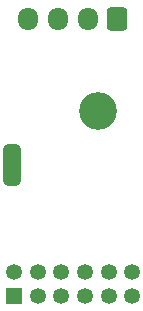
<source format=gbr>
%TF.GenerationSoftware,KiCad,Pcbnew,9.0.6*%
%TF.CreationDate,2025-12-29T21:45:30-05:00*%
%TF.ProjectId,plimsoll,706c696d-736f-46c6-9c2e-6b696361645f,rev?*%
%TF.SameCoordinates,Original*%
%TF.FileFunction,Soldermask,Bot*%
%TF.FilePolarity,Negative*%
%FSLAX46Y46*%
G04 Gerber Fmt 4.6, Leading zero omitted, Abs format (unit mm)*
G04 Created by KiCad (PCBNEW 9.0.6) date 2025-12-29 21:45:30*
%MOMM*%
%LPD*%
G01*
G04 APERTURE LIST*
G04 Aperture macros list*
%AMRoundRect*
0 Rectangle with rounded corners*
0 $1 Rounding radius*
0 $2 $3 $4 $5 $6 $7 $8 $9 X,Y pos of 4 corners*
0 Add a 4 corners polygon primitive as box body*
4,1,4,$2,$3,$4,$5,$6,$7,$8,$9,$2,$3,0*
0 Add four circle primitives for the rounded corners*
1,1,$1+$1,$2,$3*
1,1,$1+$1,$4,$5*
1,1,$1+$1,$6,$7*
1,1,$1+$1,$8,$9*
0 Add four rect primitives between the rounded corners*
20,1,$1+$1,$2,$3,$4,$5,0*
20,1,$1+$1,$4,$5,$6,$7,0*
20,1,$1+$1,$6,$7,$8,$9,0*
20,1,$1+$1,$8,$9,$2,$3,0*%
%AMFreePoly0*
4,1,23,0.550000,-0.750000,0.000000,-0.750000,0.000000,-0.745722,-0.065263,-0.745722,-0.191342,-0.711940,-0.304381,-0.646677,-0.396677,-0.554381,-0.461940,-0.441342,-0.495722,-0.315263,-0.495722,-0.250000,-0.500000,-0.250000,-0.500000,0.250000,-0.495722,0.250000,-0.495722,0.315263,-0.461940,0.441342,-0.396677,0.554381,-0.304381,0.646677,-0.191342,0.711940,-0.065263,0.745722,0.000000,0.745722,
0.000000,0.750000,0.550000,0.750000,0.550000,-0.750000,0.550000,-0.750000,$1*%
%AMFreePoly1*
4,1,23,0.000000,0.745722,0.065263,0.745722,0.191342,0.711940,0.304381,0.646677,0.396677,0.554381,0.461940,0.441342,0.495722,0.315263,0.495722,0.250000,0.500000,0.250000,0.500000,-0.250000,0.495722,-0.250000,0.495722,-0.315263,0.461940,-0.441342,0.396677,-0.554381,0.304381,-0.646677,0.191342,-0.711940,0.065263,-0.745722,0.000000,-0.745722,0.000000,-0.750000,-0.550000,-0.750000,
-0.550000,0.750000,0.000000,0.750000,0.000000,0.745722,0.000000,0.745722,$1*%
G04 Aperture macros list end*
%ADD10RoundRect,0.250000X0.600000X0.725000X-0.600000X0.725000X-0.600000X-0.725000X0.600000X-0.725000X0*%
%ADD11O,1.700000X1.950000*%
%ADD12C,3.200000*%
%ADD13FreePoly0,90.000000*%
%ADD14R,1.500000X1.000000*%
%ADD15FreePoly1,90.000000*%
%ADD16R,1.350000X1.350000*%
%ADD17C,1.350000*%
G04 APERTURE END LIST*
%TO.C,JP2*%
G36*
X30080000Y-37160000D02*
G01*
X28580000Y-37160000D01*
X28580000Y-35660000D01*
X30080000Y-35660000D01*
X30080000Y-37160000D01*
G37*
%TD*%
D10*
%TO.C,J3*%
X38200000Y-24060000D03*
D11*
X35700000Y-24060000D03*
X33200000Y-24060000D03*
X30700000Y-24060000D03*
%TD*%
D12*
%TO.C,H1*%
X36600000Y-31839706D03*
%TD*%
D13*
%TO.C,JP2*%
X29330000Y-37710000D03*
D14*
X29330000Y-36410000D03*
D15*
X29330000Y-35110000D03*
%TD*%
D16*
%TO.C,J1*%
X29480000Y-47480000D03*
D17*
X29480000Y-45480000D03*
X31480000Y-47480000D03*
X31480000Y-45480000D03*
X33480000Y-47480000D03*
X33480000Y-45480000D03*
X35480000Y-47480000D03*
X35480000Y-45480000D03*
X37480000Y-47480000D03*
X37480000Y-45480000D03*
X39480000Y-47480000D03*
X39480000Y-45480000D03*
%TD*%
M02*

</source>
